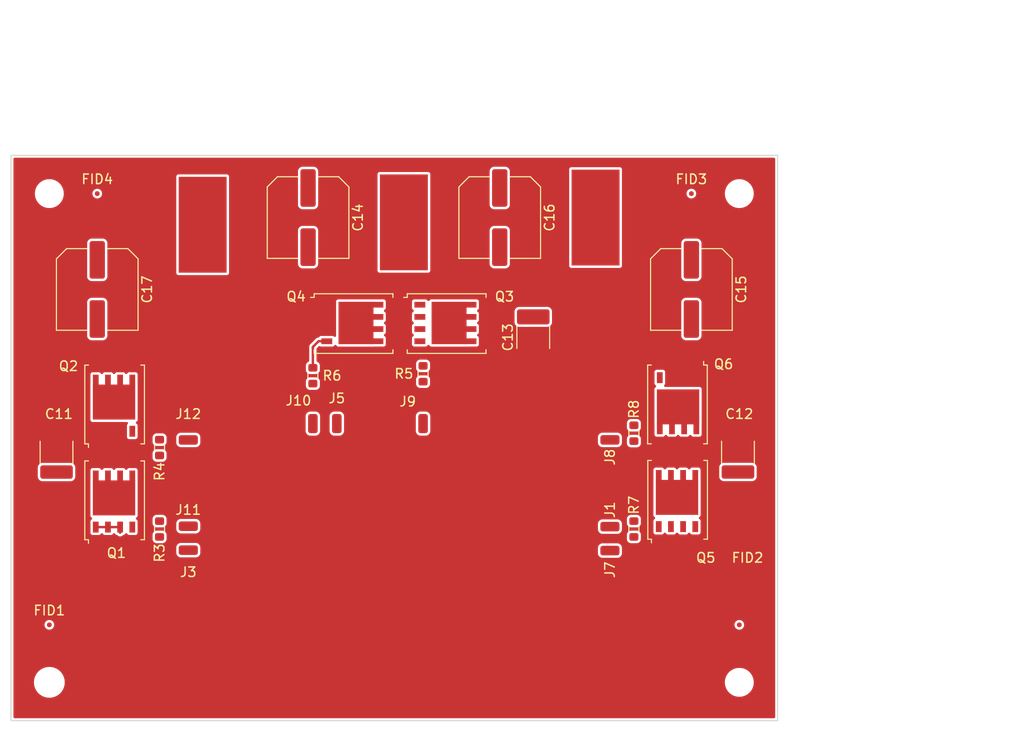
<source format=kicad_pcb>
(kicad_pcb (version 20211014) (generator pcbnew)
  (layers (0 "F.Cu" signal) (31 "B.Cu" signal) (34 "B.Paste" user) (35 "F.Paste" user) (36 "B.SilkS" user "B.Silkscreen") (37 "F.SilkS" user "F.Silkscreen") (38 "B.Mask" user) (39 "F.Mask" user) (44 "Edge.Cuts" user))
  (net 0 "")
  (net 1 "GND")
  (net 2 "/Gate Driver/+VM")
  (net 3 "LSW")
  (net 4 "LSV")
  (net 5 "LSU")
  (net 6 "HSW")
  (net 7 "W")
  (net 8 "V")
  (net 9 "HSV")
  (net 10 "U")
  (net 11 "HSU")
  (net 12 "Net-(Q6-Pad4)")
  (net 13 "Net-(Q1-Pad4)")
  (net 14 "Net-(Q2-Pad4)")
  (net 15 "Net-(Q3-Pad4)")
  (net 16 "Net-(Q4-Pad4)")
  (net 17 "Net-(Q5-Pad4)")
  (footprint "MountingHole:MountingHole_2.5mm" (layer "F.Cu") (at 126 94)
    (fp_text reference "H3" hide)
    (fp_text value "MountingHole")
    (pad "" np_thru_hole circle (at 0 0) (size 2.5 2.5) (drill 2.5) (layers *.Cu *.Mask))
  )
  (footprint "SiFOCR:IRFH5010PbF" (layer "F.Cu") (at 119.60942 116 180)
    (fp_text reference "Q6" (at -4.75 4.2 unlocked) (layer "F.SilkS"))
    (fp_text value "IRFH5010PbF")
    (fp_line (start -3.048 -4.11) (end -3.048 4.11) (layer "F.SilkS") (width 0.12))
    (fp_line (start 2.795 4.11) (end 3.175 4.11) (layer "F.SilkS") (width 0.12))
    (fp_line (start -2.667 4.11) (end -3.047 4.11) (layer "F.SilkS") (width 0.12))
    (fp_line (start 3.175 -4.11) (end 3.175 4.11) (layer "F.SilkS") (width 0.12))
    (fp_line (start 2.795 -4.11) (end 3.175 -4.11) (layer "F.SilkS") (width 0.12))
    (fp_line (start -2.667 4.153) (end -2.667 4.483) (layer "F.SilkS") (width 0.12))
    (fp_line (start -2.668 -4.11) (end -3.048 -4.11) (layer "F.SilkS") (width 0.12))
    (pad "1" smd rect (at -0.635 2.794) (size 0.6 1.14) (layers "F.Cu" "F.Mask") (net 1 "GND"))
    (pad "1" smd rect (at -1.905 2.794) (size 0.6 1.14) (layers "F.Cu" "F.Mask") (net 1 "GND"))
    (pad "1" smd rect (at 0.635 2.794) (size 0.6 1.14) (layers "F.Cu" "F.Mask") (net 1 "GND"))
    (pad "4" smd rect (at 1.905 2.794) (size 0.6 1.14) (layers "F.Cu" "F.Mask") (net 12 "Net-(Q6-Pad4)"))
    (pad "5" smd rect (at -0.635 -2.54) (size 0.6 1.14) (layers "F.Cu" "F.Mask") (net 7 "W"))
    (pad "5" smd rect (at 0.635 -2.54) (size 0.6 1.14) (layers "F.Cu" "F.Mask") (net 7 "W"))
    (pad "5" smd rect (at -1.905 -2.54) (size 0.6 1.14) (layers "F.Cu" "F.Mask") (net 7 "W"))
    (pad "5" smd rect (at 1.905 -2.54) (size 0.6 1.14) (layers "F.Cu" "F.Mask") (net 7 "W"))
    (pad "5" smd rect (at 0 -0.254) (size 4.42 3.65) (layers "F.Cu" "F.Mask") (net 7 "W"))
  )
  (footprint "Connector_Wire:SolderWirePad_1x01_SMD_1x2mm" (layer "F.Cu") (at 112.5 128.75 -90)
    (fp_text reference "J1" (at -1.75 0 90) (layer "F.SilkS"))
    (fp_text value "Conn_01x01_Male")
    (pad "1" smd roundrect (at 0 0 270) (size 1 2) (layers "F.Cu" "F.Paste" "F.Mask") (net 7 "W"))
  )
  (footprint "Fiducial:Fiducial_0.5mm_Mask1mm" (layer "F.Cu") (at 121 94)
    (fp_text reference "FID3" (at 0 -1.5) (layer "F.SilkS"))
    (fp_text value "Fiducial")
    (pad "" smd circle (at 0 0) (size 0.5 0.5) (layers "F.Cu" "F.Mask") (clearance 0.25))
  )
  (footprint "MountingHole:MountingHole_2.7mm_M2.5" (layer "F.Cu") (at 54 145)
    (fp_text reference "H1" hide)
    (fp_text value "MountingHole")
    (pad "" np_thru_hole circle (at 0 0) (size 2.7 2.7) (drill 2.7) (layers *.Cu *.Mask))
  )
  (footprint "Resistor_SMD:R_0603_1608Metric" (layer "F.Cu") (at 65.5 129 -90)
    (fp_text reference "R3" (at 2.5 0 -270) (layer "F.SilkS"))
    (fp_text value "R_Small_US")
    (fp_line (start -0.237258 -0.5225) (end 0.237258 -0.5225) (layer "F.SilkS") (width 0.12))
    (fp_line (start -0.237258 0.5225) (end 0.237258 0.5225) (layer "F.SilkS") (width 0.12))
    (pad "1" smd roundrect (at -0.825 0 270) (size 0.8 0.95) (layers "F.Cu" "F.Paste" "F.Mask") (net 11 "HSU"))
    (pad "2" smd roundrect (at 0.825 0 270) (size 0.8 0.95) (layers "F.Cu" "F.Paste" "F.Mask") (net 13 "Net-(Q1-Pad4)"))
  )
  (footprint "MountingHole:MountingHole_2.5mm" (layer "F.Cu") (at 126 145)
    (fp_text reference "H2" hide)
    (fp_text value "MountingHole")
    (pad "" np_thru_hole circle (at 0 0) (size 2.5 2.5) (drill 2.5) (layers *.Cu *.Mask))
  )
  (footprint "SiFOCR:IRFH5010PbF" (layer "F.Cu") (at 119.5 125.954)
    (fp_text reference "Q5" (at 3 6.046 unlocked) (layer "F.SilkS"))
    (fp_text value "IRFH5010PbF")
    (fp_line (start 3.175 -4.11) (end 3.175 4.11) (layer "F.SilkS") (width 0.12))
    (fp_line (start 2.795 4.11) (end 3.175 4.11) (layer "F.SilkS") (width 0.12))
    (fp_line (start -2.667 4.153) (end -2.667 4.483) (layer "F.SilkS") (width 0.12))
    (fp_line (start 2.795 -4.11) (end 3.175 -4.11) (layer "F.SilkS") (width 0.12))
    (fp_line (start -2.667 4.11) (end -3.047 4.11) (layer "F.SilkS") (width 0.12))
    (fp_line (start -2.668 -4.11) (end -3.048 -4.11) (layer "F.SilkS") (width 0.12))
    (fp_line (start -3.048 -4.11) (end -3.048 4.11) (layer "F.SilkS") (width 0.12))
    (pad "1" smd rect (at -0.635 2.794 180) (size 0.6 1.14) (layers "F.Cu" "F.Mask") (net 7 "W"))
    (pad "1" smd rect (at 0.635 2.794 180) (size 0.6 1.14) (layers "F.Cu" "F.Mask") (net 7 "W"))
    (pad "1" smd rect (at -1.905 2.794 180) (size 0.6 1.14) (layers "F.Cu" "F.Mask") (net 7 "W"))
    (pad "4" smd rect (at 1.905 2.794 180) (size 0.6 1.14) (layers "F.Cu" "F.Mask") (net 17 "Net-(Q5-Pad4)"))
    (pad "5" smd rect (at -0.635 -2.54 180) (size 0.6 1.14) (layers "F.Cu" "F.Mask") (net 2 "/Gate Driver/+VM"))
    (pad "5" smd rect (at 1.905 -2.54 180) (size 0.6 1.14) (layers "F.Cu" "F.Mask") (net 2 "/Gate Driver/+VM"))
    (pad "5" smd rect (at 0.635 -2.54 180) (size 0.6 1.14) (layers "F.Cu" "F.Mask") (net 2 "/Gate Driver/+VM"))
    (pad "5" smd rect (at 0 -0.254 180) (size 4.42 3.65) (layers "F.Cu" "F.Mask") (net 2 "/Gate Driver/+VM"))
    (pad "5" smd rect (at -1.905 -2.54 180) (size 0.6 1.14) (layers "F.Cu" "F.Mask") (net 2 "/Gate Driver/+VM"))
  )
  (footprint "Fiducial:Fiducial_0.5mm_Mask1mm" (layer "F.Cu") (at 59 94)
    (fp_text reference "FID4" (at 0 -1.5) (layer "F.SilkS"))
    (fp_text value "Fiducial")
    (pad "" smd circle (at 0 0) (size 0.5 0.5) (layers "F.Cu" "F.Mask") (clearance 0.25))
  )
  (footprint "Connector_Wire:SolderWirePad_1x01_SMD_1x2mm" (layer "F.Cu") (at 68.5 131.206 90)
    (fp_text reference "J3" (at -2.294 0 180) (layer "F.SilkS"))
    (fp_text value "Conn_01x01_Male")
    (pad "1" smd roundrect (at 0 0 90) (size 1 2) (layers "F.Cu" "F.Paste" "F.Mask") (net 10 "U"))
  )
  (footprint "Capacitor_SMD:C_1812_4532Metric_Pad1.57x3.40mm_HandSolder" (layer "F.Cu") (at 104.5 109 90)
    (fp_text reference "C13" (at 0 -2.65 90) (layer "F.SilkS"))
    (fp_text value "MotorC")
    (fp_line (start -1.161252 -1.71) (end 1.161252 -1.71) (layer "F.SilkS") (width 0.12))
    (fp_line (start -1.161252 1.71) (end 1.161252 1.71) (layer "F.SilkS") (width 0.12))
    (pad "1" smd roundrect (at -2.1375 0 90) (size 1.575 3.4) (layers "F.Cu" "F.Paste" "F.Mask") (roundrect_rratio 0.1587301587) (net 1 "GND"))
    (pad "2" smd roundrect (at 2.1375 0 90) (size 1.575 3.4) (layers "F.Cu" "F.Paste" "F.Mask") (roundrect_rratio 0.1587301587) (net 2 "/Gate Driver/+VM"))
  )
  (footprint "SiFOCR:IRFH5010PbF" (layer "F.Cu") (at 60.75 116.006)
    (fp_text reference "Q2" (at -4.75 -4 unlocked) (layer "F.SilkS"))
    (fp_text value "IRFH5010PbF")
    (fp_line (start 2.795 -4.11) (end 3.175 -4.11) (layer "F.SilkS") (width 0.12))
    (fp_line (start -2.667 4.153) (end -2.667 4.483) (layer "F.SilkS") (width 0.12))
    (fp_line (start 2.795 4.11) (end 3.175 4.11) (layer "F.SilkS") (width 0.12))
    (fp_line (start -2.668 -4.11) (end -3.048 -4.11) (layer "F.SilkS") (width 0.12))
    (fp_line (start -3.048 -4.11) (end -3.048 4.11) (layer "F.SilkS") (width 0.12))
    (fp_line (start -2.667 4.11) (end -3.047 4.11) (layer "F.SilkS") (width 0.12))
    (fp_line (start 3.175 -4.11) (end 3.175 4.11) (layer "F.SilkS") (width 0.12))
    (pad "1" smd rect (at -0.635 2.794 180) (size 0.6 1.14) (layers "F.Cu" "F.Mask") (net 1 "GND"))
    (pad "1" smd rect (at 0.635 2.794 180) (size 0.6 1.14) (layers "F.Cu" "F.Mask") (net 1 "GND"))
    (pad "1" smd rect (at -1.905 2.794 180) (size 0.6 1.14) (layers "F.Cu" "F.Mask") (net 1 "GND"))
    (pad "4" smd rect (at 1.905 2.794 180) (size 0.6 1.14) (layers "F.Cu" "F.Mask") (net 14 "Net-(Q2-Pad4)"))
    (pad "5" smd rect (at 0 -0.254 180) (size 4.42 3.65) (layers "F.Cu" "F.Mask") (net 10 "U"))
    (pad "5" smd rect (at 1.905 -2.54 180) (size 0.6 1.14) (layers "F.Cu" "F.Mask") (net 10 "U"))
    (pad "5" smd rect (at -0.635 -2.54 180) (size 0.6 1.14) (layers "F.Cu" "F.Mask") (net 10 "U"))
    (pad "5" smd rect (at 0.635 -2.54 180) (size 0.6 1.14) (layers "F.Cu" "F.Mask") (net 10 "U"))
    (pad "5" smd rect (at -1.905 -2.54 180) (size 0.6 1.14) (layers "F.Cu" "F.Mask") (net 10 "U"))
  )
  (footprint "Resistor_SMD:R_0603_1608Metric" (layer "F.Cu") (at 115 119 90)
    (fp_text reference "R8" (at 2.5 0 90) (layer "F.SilkS"))
    (fp_text value "R_Small_US")
    (fp_line (start -0.237258 -0.5225) (end 0.237258 -0.5225) (layer "F.SilkS") (width 0.12))
    (fp_line (start -0.237258 0.5225) (end 0.237258 0.5225) (layer "F.SilkS") (width 0.12))
    (pad "1" smd roundrect (at -0.825 0 90) (size 0.8 0.95) (layers "F.Cu" "F.Paste" "F.Mask") (net 3 "LSW"))
    (pad "2" smd roundrect (at 0.825 0 90) (size 0.8 0.95) (layers "F.Cu" "F.Paste" "F.Mask") (net 12 "Net-(Q6-Pad4)"))
  )
  (footprint "Connector_Wire:SolderWirePad_1x01_SMD_1x2mm" (layer "F.Cu") (at 112.5 131.25 -90)
    (fp_text reference "J7" (at 2 0 90) (layer "F.SilkS"))
    (fp_text value "Conn_01x01_Male")
    (pad "1" smd roundrect (at 0 0 270) (size 1 2) (layers "F.Cu" "F.Paste" "F.Mask") (net 6 "HSW"))
  )
  (footprint "Resistor_SMD:R_0603_1608Metric" (layer "F.Cu") (at 65.5 120.5 -90)
    (fp_text reference "R4" (at 2.5 0 -270) (layer "F.SilkS"))
    (fp_text value "R_Small_US")
    (fp_line (start -0.237258 -0.5225) (end 0.237258 -0.5225) (layer "F.SilkS") (width 0.12))
    (fp_line (start -0.237258 0.5225) (end 0.237258 0.5225) (layer "F.SilkS") (width 0.12))
    (pad "1" smd roundrect (at -0.825 0 270) (size 0.8 0.95) (layers "F.Cu" "F.Paste" "F.Mask") (net 5 "LSU"))
    (pad "2" smd roundrect (at 0.825 0 270) (size 0.8 0.95) (layers "F.Cu" "F.Paste" "F.Mask") (net 14 "Net-(Q2-Pad4)"))
  )
  (footprint "Connector_Wire:SolderWirePad_1x01_SMD_5x10mm" (layer "F.Cu") (at 91 97)
    (fp_text reference "J13")
    (fp_text value "Conn_01x01_Male")
    (pad "1" smd rect (at 0 0) (size 5 10) (layers "F.Cu" "F.Paste" "F.Mask") (net 8 "V"))
  )
  (footprint "MountingHole:MountingHole_2.5mm" (layer "F.Cu") (at 54 94)
    (fp_text reference "H4" hide)
    (fp_text value "MountingHole")
    (pad "" np_thru_hole circle (at 0 0) (size 2.5 2.5) (drill 2.5) (layers *.Cu *.Mask))
  )
  (footprint "Connector_Wire:SolderWirePad_1x01_SMD_1x2mm" (layer "F.Cu") (at 68.5 128.706 90)
    (fp_text reference "J11" (at 1.706 0 180) (layer "F.SilkS"))
    (fp_text value "Conn_01x01_Male")
    (pad "1" smd roundrect (at 0 0 90) (size 1 2) (layers "F.Cu" "F.Paste" "F.Mask") (net 11 "HSU"))
  )
  (footprint "Connector_Wire:SolderWirePad_1x01_SMD_1x2mm" (layer "F.Cu") (at 81.5 118)
    (fp_text reference "J10" (at -1.5 -2.4) (layer "F.SilkS"))
    (fp_text value "Conn_01x01_Male")
    (pad "1" smd roundrect (at 0 0) (size 1 2) (layers "F.Cu" "F.Paste" "F.Mask") (net 4 "LSV"))
  )
  (footprint "Connector_Wire:SolderWirePad_1x01_SMD_1x2mm" (layer "F.Cu") (at 68.5 119.706 90)
    (fp_text reference "J12" (at 2.706 0 180) (layer "F.SilkS"))
    (fp_text value "Conn_01x01_Male")
    (pad "1" smd roundrect (at 0 0 90) (size 1 2) (layers "F.Cu" "F.Paste" "F.Mask") (net 5 "LSU"))
  )
  (footprint "Capacitor_SMD:C_Elec_8x5.4" (layer "F.Cu") (at 81 96.5 -90)
    (fp_text reference "C14" (at 0 -5.2 90) (layer "F.SilkS"))
    (fp_text value "MotorC")
    (fp_line (start -3.195563 -4.26) (end 4.26 -4.26) (layer "F.SilkS") (width 0.12))
    (fp_line (start -4.26 -3.195563) (end -4.26 -1.06) (layer "F.SilkS") (width 0.12))
    (fp_line (start -3.195563 4.26) (end 4.26 4.26) (layer "F.SilkS") (width 0.12))
    (fp_line (start 4.26 -4.26) (end 4.26 -1.06) (layer "F.SilkS") (width 0.12))
    (fp_line (start 4.26 4.26) (end 4.26 1.06) (layer "F.SilkS") (width 0.12))
    (fp_line (start -4.26 3.195563) (end -4.26 1.06) (layer "F.SilkS") (width 0.12))
    (fp_line (start -4.26 -3.195563) (end -3.195563 -4.26) (layer "F.SilkS") (width 0.12))
    (fp_line (start -4.26 3.195563) (end -3.195563 4.26) (layer "F.SilkS") (width 0.12))
    (pad "1" smd roundrect (at -3.0875 0 270) (size 3.925 1.6) (layers "F.Cu" "F.Paste" "F.Mask") (roundrect_rratio 0.15625))
    (pad "2" smd roundrect (at 3.0875 0 270) (size 3.925 1.6) (layers "F.Cu" "F.Paste" "F.Mask") (roundrect_rratio 0.15625))
  )
  (footprint "Resistor_SMD:R_0603_1608Metric" (layer "F.Cu") (at 81.5 113 90)
    (fp_text reference "R6" (at 0 2 180) (layer "F.SilkS"))
    (fp_text value "R_Small_US")
    (fp_line (start -0.237258 -0.5225) (end 0.237258 -0.5225) (layer "F.SilkS") (width 0.12))
    (fp_line (start -0.237258 0.5225) (end 0.237258 0.5225) (layer "F.SilkS") (width 0.12))
    (pad "1" smd roundrect (at -0.825 0 90) (size 0.8 0.95) (layers "F.Cu" "F.Paste" "F.Mask") (net 4 "LSV"))
    (pad "2" smd roundrect (at 0.825 0 90) (size 0.8 0.95) (layers "F.Cu" "F.Paste" "F.Mask") (net 16 "Net-(Q4-Pad4)"))
  )
  (footprint "SiFOCR:IRFH5010PbF" (layer "F.Cu") (at 95.46 107.5 -90)
    (fp_text reference "Q3" (at -2.75 -6.04 unlocked) (layer "F.SilkS"))
    (fp_text value "IRFH5010PbF")
    (fp_line (start -2.667 4.153) (end -2.667 4.483) (layer "F.SilkS") (width 0.12))
    (fp_line (start 3.175 -4.11) (end 3.175 4.11) (layer "F.SilkS") (width 0.12))
    (fp_line (start -2.667 4.11) (end -3.047 4.11) (layer "F.SilkS") (width 0.12))
    (fp_line (start -2.668 -4.11) (end -3.048 -4.11) (layer "F.SilkS") (width 0.12))
    (fp_line (start 2.795 -4.11) (end 3.175 -4.11) (layer "F.SilkS") (width 0.12))
    (fp_line (start 2.795 4.11) (end 3.175 4.11) (layer "F.SilkS") (width 0.12))
    (fp_line (start -3.048 -4.11) (end -3.048 4.11) (layer "F.SilkS") (width 0.12))
    (pad "1" smd rect (at 0.635 2.794 90) (size 0.6 1.14) (layers "F.Cu" "F.Mask") (net 8 "V"))
    (pad "1" smd rect (at -0.635 2.794 90) (size 0.6 1.14) (layers "F.Cu" "F.Mask") (net 8 "V"))
    (pad "1" smd rect (at -1.905 2.794 90) (size 0.6 1.14) (layers "F.Cu" "F.Mask") (net 8 "V"))
    (pad "4" smd rect (at 1.905 2.794 90) (size 0.6 1.14) (layers "F.Cu" "F.Mask") (net 15 "Net-(Q3-Pad4)"))
    (pad "5" smd rect (at -1.905 -2.54 90) (size 0.6 1.14) (layers "F.Cu" "F.Mask") (net 2 "/Gate Driver/+VM"))
    (pad "5" smd rect (at 1.905 -2.54 90) (size 0.6 1.14) (layers "F.Cu" "F.Mask") (net 2 "/Gate Driver/+VM"))
    (pad "5" smd rect (at -0.635 -2.54 90) (size 0.6 1.14) (layers "F.Cu" "F.Mask") (net 2 "/Gate Driver/+VM"))
    (pad "5" smd rect (at 0.635 -2.54 90) (size 0.6 1.14) (layers "F.Cu" "F.Mask") (net 2 "/Gate Driver/+VM"))
    (pad "5" smd rect (at 0 -0.254 90) (size 4.42 3.65) (layers "F.Cu" "F.Mask") (net 2 "/Gate Driver/+VM"))
  )
  (footprint "Fiducial:Fiducial_0.5mm_Mask1mm" (layer "F.Cu") (at 126 139)
    (fp_text reference "FID2" (at 0.85942 -7) (layer "F.SilkS"))
    (fp_text value "Fiducial")
    (pad "" smd circle (at 0 0) (size 0.5 0.5) (layers "F.Cu" "F.Mask") (clearance 0.25))
  )
  (footprint "Fiducial:Fiducial_0.5mm_Mask1mm" (layer "F.Cu") (at 54 139)
    (fp_text reference "FID1" (at 0 -1.5) (layer "F.SilkS"))
    (fp_text value "Fiducial")
    (pad "" smd circle (at 0 0) (size 0.5 0.5) (layers "F.Cu" "F.Mask") (clearance 0.25))
  )
  (footprint "Connector_Wire:SolderWirePad_1x01_SMD_5x10mm" (layer "F.Cu") (at 111 96.5)
    (fp_text reference "J15")
    (fp_text value "Conn_01x01_Male")
    (pad "1" smd rect (at 0 0) (size 5 10) (layers "F.Cu" "F.Paste" "F.Mask") (net 7 "W"))
  )
  (footprint "Capacitor_SMD:C_Elec_8x5.4" (layer "F.Cu") (at 101 96.5 -90)
    (fp_text reference "C16" (at 0 -5.2 90) (layer "F.SilkS"))
    (fp_text value "MotorC")
    (fp_line (start 4.26 4.26) (end 4.26 1.06) (layer "F.SilkS") (width 0.12))
    (fp_line (start -4.26 -3.195563) (end -3.195563 -4.26) (layer "F.SilkS") (width 0.12))
    (fp_line (start -4.26 3.195563) (end -3.195563 4.26) (layer "F.SilkS") (width 0.12))
    (fp_line (start -4.26 -3.195563) (end -4.26 -1.06) (layer "F.SilkS") (width 0.12))
    (fp_line (start -3.195563 4.26) (end 4.26 4.26) (layer "F.SilkS") (width 0.12))
    (fp_line (start 4.26 -4.26) (end 4.26 -1.06) (layer "F.SilkS") (width 0.12))
    (fp_line (start -4.26 3.195563) (end -4.26 1.06) (layer "F.SilkS") (width 0.12))
    (fp_line (start -3.195563 -4.26) (end 4.26 -4.26) (layer "F.SilkS") (width 0.12))
    (pad "1" smd roundrect (at -3.0875 0 270) (size 3.925 1.6) (layers "F.Cu" "F.Paste" "F.Mask") (roundrect_rratio 0.15625))
    (pad "2" smd roundrect (at 3.0875 0 270) (size 3.925 1.6) (layers "F.Cu" "F.Paste" "F.Mask") (roundrect_rratio 0.15625))
  )
  (footprint "Resistor_SMD:R_0603_1608Metric" (layer "F.Cu") (at 93 112.8 90)
    (fp_text reference "R5" (at 0 -2 180) (layer "F.SilkS"))
    (fp_text value "R_Small_US")
    (fp_line (start -0.237258 -0.5225) (end 0.237258 -0.5225) (layer "F.SilkS") (width 0.12))
    (fp_line (start -0.237258 0.5225) (end 0.237258 0.5225) (layer "F.SilkS") (width 0.12))
    (pad "1" smd roundrect (at -0.825 0 90) (size 0.8 0.95) (layers "F.Cu" "F.Paste" "F.Mask") (net 9 "HSV"))
    (pad "2" smd roundrect (at 0.825 0 90) (size 0.8 0.95) (layers "F.Cu" "F.Paste" "F.Mask") (net 15 "Net-(Q3-Pad4)"))
  )
  (footprint "Connector_Wire:SolderWirePad_1x01_SMD_1x2mm" (layer "F.Cu") (at 112.5 119.7 90)
    (fp_text reference "J8" (at -1.8 0 90) (layer "F.SilkS"))
    (fp_text value "Conn_01x01_Male")
    (pad "1" smd roundrect (at 0 0 90) (size 1 2) (layers "F.Cu" "F.Paste" "F.Mask") (net 3 "LSW"))
  )
  (footprint "Capacitor_SMD:C_1812_4532Metric" (layer "F.Cu") (at 54.75 121.006 -90)
    (fp_text reference "C11" (at -4.006 -0.25 180) (layer "F.SilkS"))
    (fp_text value "MotorC")
    (fp_line (start -1.161252 1.71) (end 1.161252 1.71) (layer "F.SilkS") (width 0.12))
    (fp_line (start -1.161252 -1.71) (end 1.161252 -1.71) (layer "F.SilkS") (width 0.12))
    (pad "1" smd roundrect (at -2.05 0 270) (size 1.4 3.4) (layers "F.Cu" "F.Paste" "F.Mask") (roundrect_rratio 0.1785707143) (net 1 "GND"))
    (pad "2" smd roundrect (at 2.05 0 270) (size 1.4 3.4) (layers "F.Cu" "F.Paste" "F.Mask") (roundrect_rratio 0.1785707143) (net 2 "/Gate Driver/+VM"))
  )
  (footprint "SiFOCR:IRFH5010PbF" (layer "F.Cu") (at 85.746 107.5 -90)
    (fp_text reference "Q4" (at -2.75 5.996 unlocked) (layer "F.SilkS"))
    (fp_text value "IRFH5010PbF")
    (fp_line (start -2.668 -4.11) (end -3.048 -4.11) (layer "F.SilkS") (width 0.12))
    (fp_line (start -2.667 4.11) (end -3.047 4.11) (layer "F.SilkS") (width 0.12))
    (fp_line (start -2.667 4.153) (end -2.667 4.483) (layer "F.SilkS") (width 0.12))
    (fp_line (start 3.175 -4.11) (end 3.175 4.11) (layer "F.SilkS") (width 0.12))
    (fp_line (start -3.048 -4.11) (end -3.048 4.11) (layer "F.SilkS") (width 0.12))
    (fp_line (start 2.795 4.11) (end 3.175 4.11) (layer "F.SilkS") (width 0.12))
    (fp_line (start 2.795 -4.11) (end 3.175 -4.11) (layer "F.SilkS") (width 0.12))
    (pad "1" smd rect (at -1.905 2.794 90) (size 0.6 1.14) (layers "F.Cu" "F.Mask") (net 1 "GND"))
    (pad "1" smd rect (at 0.635 2.794 90) (size 0.6 1.14) (layers "F.Cu" "F.Mask") (net 1 "GND"))
    (pad "1" smd rect (at -0.635 2.794 90) (size 0.6 1.14) (layers "F.Cu" "F.Mask") (net 1 "GND"))
    (pad "4" smd rect (at 1.905 2.794 90) (size 0.6 1.14) (layers "F.Cu" "F.Mask") (net 16 "Net-(Q4-Pad4)"))
    (pad "5" smd rect (at 1.905 -2.54 90) (size 0.6 1.14) (layers "F.Cu" "F.Mask") (net 8 "V"))
    (pad "5" smd rect (at -0.635 -2.54 90) (size 0.6 1.14) (layers "F.Cu" "F.Mask") (net 8 "V"))
    (pad "5" smd rect (at -1.905 -2.54 90) (size 0.6 1.14) (layers "F.Cu" "F.Mask") (net 8 "V"))
    (pad "5" smd rect (at 0.635 -2.54 90) (size 0.6 1.14) (layers "F.Cu" "F.Mask") (net 8 "V"))
    (pad "5" smd rect (at 0 -0.254 90) (size 4.42 3.65) (layers "F.Cu" "F.Mask") (net 8 "V"))
  )
  (footprint "Capacitor_SMD:C_Elec_8x5.4" (layer "F.Cu") (at 59 104 -90)
    (fp_text reference "C17" (at 0 -5.2 90) (layer "F.SilkS"))
    (fp_text value "MotorC")
    (fp_line (start -3.195563 4.26) (end 4.26 4.26) (layer "F.SilkS") (width 0.12))
    (fp_line (start -4.26 3.195563) (end -4.26 1.06) (layer "F.SilkS") (width 0.12))
    (fp_line (start -4.26 -3.195563) (end -3.195563 -4.26) (layer "F.SilkS") (width 0.12))
    (fp_line (start 4.26 4.26) (end 4.26 1.06) (layer "F.SilkS") (width 0.12))
    (fp_line (start 4.26 -4.26) (end 4.26 -1.06) (layer "F.SilkS") (width 0.12))
    (fp_line (start -4.26 3.195563) (end -3.195563 4.26) (layer "F.SilkS") (width 0.12))
    (fp_line (start -3.195563 -4.26) (end 4.26 -4.26) (layer "F.SilkS") (width 0.12))
    (fp_line (start -4.26 -3.195563) (end -4.26 -1.06) (layer "F.SilkS") (width 0.12))
    (pad "1" smd roundrect (at -3.0875 0 270) (size 3.925 1.6) (layers "F.Cu" "F.Paste" "F.Mask") (roundrect_rratio 0.15625))
    (pad "2" smd roundrect (at 3.0875 0 270) (size 3.925 1.6) (layers "F.Cu" "F.Paste" "F.Mask") (roundrect_rratio 0.15625))
  )
  (footprint "Connector_Wire:SolderWirePad_1x01_SMD_1x2mm" (layer "F.Cu") (at 93 118)
    (fp_text reference "J9" (at -1.6 -2.3) (layer "F.SilkS"))
    (fp_text value "Conn_01x01_Male")
    (pad "1" smd roundrect (at 0 0) (size 1 2) (layers "F.Cu" "F.Paste" "F.Mask") (net 9 "HSV"))
  )
  (footprint "Connector_Wire:SolderWirePad_1x01_SMD_1x2mm" (layer "F.Cu") (at 84 118 180)
    (fp_text reference "J5" (at 0 2.635) (layer "F.SilkS"))
    (fp_text value "Conn_01x01_Male")
    (pad "1" smd roundrect (at 0 0 180) (size 1 2) (layers "F.Cu" "F.Paste" "F.Mask") (net 8 "V"))
  )
  (footprint "Resistor_SMD:R_0603_1608Metric" (layer "F.Cu") (at 115 129 -90)
    (fp_text reference "R7" (at -2.5 0 90) (layer "F.SilkS"))
    (fp_text value "R_Small_US")
    (fp_line (start -0.237258 -0.5225) (end 0.237258 -0.5225) (layer "F.SilkS") (width 0.12))
    (fp_line (start -0.237258 0.5225) (end 0.237258 0.5225) (layer "F.SilkS") (width 0.12))
    (pad "1" smd roundrect (at -0.825 0 270) (size 0.8 0.95) (layers "F.Cu" "F.Paste" "F.Mask") (net 6 "HSW"))
    (pad "2" smd roundrect (at 0.825 0 270) (size 0.8 0.95) (layers "F.Cu" "F.Paste" "F.Mask") (net 17 "Net-(Q5-Pad4)"))
  )
  (footprint "SiFOCR:IRFH5010PbF" (layer "F.Cu") (at 60.75 126.006)
    (fp_text reference "Q1" (at 0.25 5.5 unlocked) (layer "F.SilkS"))
    (fp_text value "IRFH5010PbF")
    (fp_line (start -2.667 4.11) (end -3.047 4.11) (layer "F.SilkS") (width 0.12))
    (fp_line (start 3.175 -4.11) (end 3.175 4.11) (layer "F.SilkS") (width 0.12))
    (fp_line (start -2.667 4.153) (end -2.667 4.483) (layer "F.SilkS") (width 0.12))
    (fp_line (start 2.795 4.11) (end 3.175 4.11) (layer "F.SilkS") (width 0.12))
    (fp_line (start -2.668 -4.11) (end -3.048 -4.11) (layer "F.SilkS") (width 0.12))
    (fp_line (start -3.048 -4.11) (end -3.048 4.11) (layer "F.SilkS") (width 0.12))
    (fp_line (start 2.795 -4.11) (end 3.175 -4.11) (layer "F.SilkS") (width 0.12))
    (pad "1" smd rect (at -0.635 2.794 180) (size 0.6 1.14) (layers "F.Cu" "F.Mask") (net 10 "U"))
    (pad "1" smd rect (at -1.905 2.794 180) (size 0.6 1.14) (layers "F.Cu" "F.Mask") (net 10 "U"))
    (pad "1" smd rect (at 0.635 2.794 180) (size 0.6 1.14) (layers "F.Cu" "F.Mask") (net 10 "U"))
    (pad "4" smd rect (at 1.905 2.794 180) (size 0.6 1.14) (layers "F.Cu" "F.Mask") (net 13 "Net-(Q1-Pad4)"))
    (pad "5" smd rect (at 0 -0.254 180) (size 4.42 3.65) (layers "F.Cu" "F.Mask") (net 2 "/Gate Driver/+VM"))
    (pad "5" smd rect (at 1.905 -2.54 180) (size 0.6 1.14) (layers "F.Cu" "F.Mask") (net 2 "/Gate Driver/+VM"))
    (pad "5" smd rect (at 0.635 -2.54 180) (size 0.6 1.14) (layers "F.Cu" "F.Mask") (net 2 "/Gate Driver/+VM"))
    (pad "5" smd rect (at -1.905 -2.54 180) (size 0.6 1.14) (layers "F.Cu" "F.Mask") (net 2 "/Gate Driver/+VM"))
    (pad "5" smd rect (at -0.635 -2.54 180) (size 0.6 1.14) (layers "F.Cu" "F.Mask") (net 2 "/Gate Driver/+VM"))
  )
  (footprint "Capacitor_SMD:C_1812_4532Metric" (layer "F.Cu") (at 125.85942 121 -90)
    (fp_text reference "C12" (at -4 -0.14058 180) (layer "F.SilkS"))
    (fp_text value "MotorC")
    (fp_line (start -1.161252 -1.71) (end 1.161252 -1.71) (layer "F.SilkS") (width 0.12))
    (fp_line (start -1.161252 1.71) (end 1.161252 1.71) (layer "F.SilkS") (width 0.12))
    (pad "1" smd roundrect (at -2.05 0 270) (size 1.4 3.4) (layers "F.Cu" "F.Paste" "F.Mask") (roundrect_rratio 0.1785707143) (net 1 "GND"))
    (pad "2" smd roundrect (at 2.05 0 270) (size 1.4 3.4) (layers "F.Cu" "F.Paste" "F.Mask") (roundrect_rratio 0.1785707143) (net 2 "/Gate Driver/+VM"))
  )
  (footprint "Capacitor_SMD:C_Elec_8x5.4" (layer "F.Cu") (at 121 104 -90)
    (fp_text reference "C15" (at 0 -5.2 90) (layer "F.SilkS"))
    (fp_text value "MotorC")
    (fp_line (start -4.26 3.195563) (end -3.195563 4.26) (layer "F.SilkS") (width 0.12))
    (fp_line (start -4.26 -3.195563) (end -4.26 -1.06) (layer "F.SilkS") (width 0.12))
    (fp_line (start -3.195563 4.26) (end 4.26 4.26) (layer "F.SilkS") (width 0.12))
    (fp_line (start 4.26 -4.26) (end 4.26 -1.06) (layer "F.SilkS") (width 0.12))
    (fp_line (start -4.26 -3.195563) (end -3.195563 -4.26) (layer "F.SilkS") (width 0.12))
    (fp_line (start 4.26 4.26) (end 4.26 1.06) (layer "F.SilkS") (width 0.12))
    (fp_line (start -3.195563 -4.26) (end 4.26 -4.26) (layer "F.SilkS") (width 0.12))
    (fp_line (start -4.26 3.195563) (end -4.26 1.06) (layer "F.SilkS") (width 0.12))
    (pad "1" smd roundrect (at -3.0875 0 270) (size 3.925 1.6) (layers "F.Cu" "F.Paste" "F.Mask") (roundrect_rratio 0.15625))
    (pad "2" smd roundrect (at 3.0875 0 270) (size 3.925 1.6) (layers "F.Cu" "F.Paste" "F.Mask") (roundrect_rratio 0.15625))
  )
  (footprint "Connector_Wire:SolderWirePad_1x01_SMD_5x10mm" (layer "F.Cu") (at 70 97.25)
    (fp_text reference "J14")
    (fp_text value "Conn_01x01_Male")
    (pad "1" smd rect (at 0 0) (size 5 10) (layers "F.Cu" "F.Paste" "F.Mask") (net 10 "U"))
  )
  (gr_line (start 50 149) (end 130 149) (layer "Edge.Cuts") (width 0.1))
  (gr_line (start 130 149) (end 130 90) (layer "Edge.Cuts") (width 0.1))
  (gr_line (start 130 90) (end 50 90) (layer "Edge.Cuts") (width 0.1))
  (gr_line (start 50 90) (end 50 149) (layer "Edge.Cuts") (width 0.1))
  (segment (start 61.385 129.391) (end 61.385 128.8) (width 0.25) (layer "F.Cu") (net 10))
  (segment (start 58.845 128.8) (end 61.385 128.8) (width 0.25) (layer "F.Cu") (net 10))
  (segment (start 82.095 109.405) (end 82.952 109.405) (width 0.25) (layer "F.Cu") (net 16))
  (segment (start 81.5 110) (end 82.095 109.405) (width 0.25) (layer "F.Cu") (net 16))
  (segment (start 81.5 112.175) (end 81.5 110) (width 0.25) (layer "F.Cu") (net 16))
  (zone (net 1) (net_name "GND") (layer "F.Cu") (connect_pads yes (clearance 0.254)) (min_thickness 0.254) (fill yes (thermal_gap 0.508) (thermal_bridge_width 0.508))
    (polygon (pts (xy 130 149) (xy 50 149) (xy 50 90) (xy 130 90)))
  )
)
</source>
